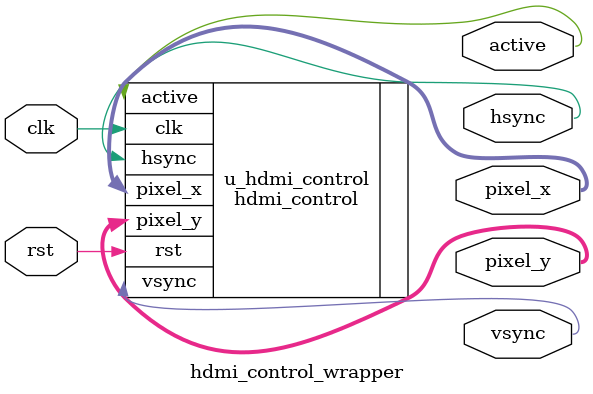
<source format=v>
module hdmi_control_wrapper (
    input  wire       clk,        // 40 MHz
    input  wire       rst,

    // Pixel coordinates
    output wire [9:0] pixel_x,
    output wire [9:0] pixel_y,

    // Sync signals
    output wire       hsync,
    output wire       vsync,
    output wire       active
);

    hdmi_control u_hdmi_control (
        .clk(clk),
        .rst(rst),
        .pixel_x(pixel_x),
        .pixel_y(pixel_y),
        .hsync(hsync),
        .vsync(vsync),
        .active(active)
    );

endmodule

</source>
